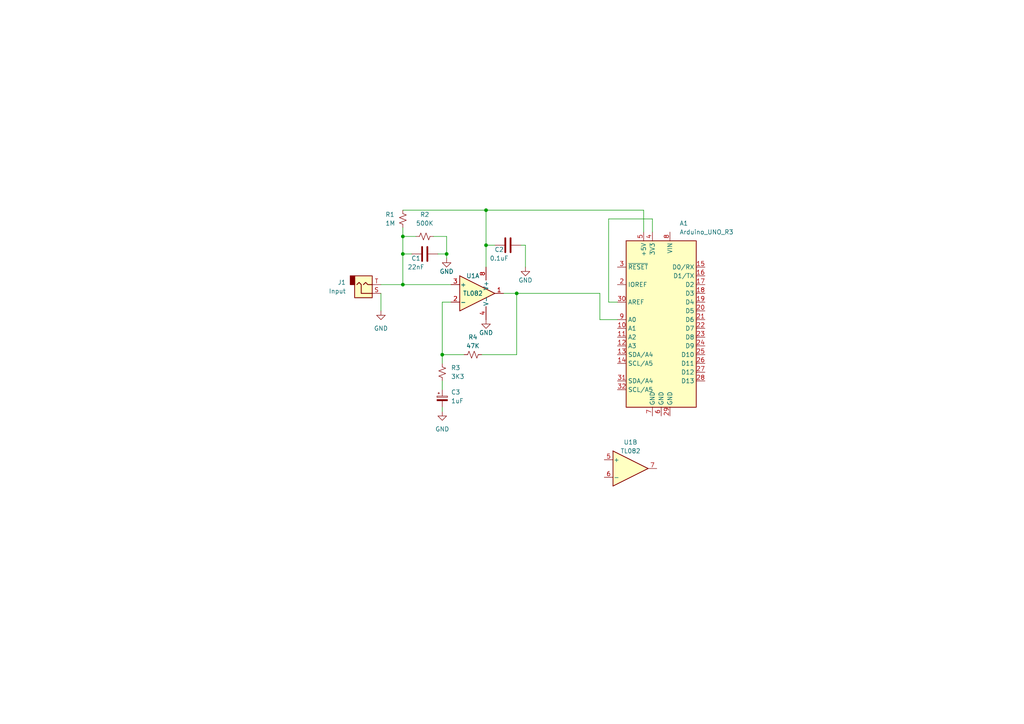
<source format=kicad_sch>
(kicad_sch (version 20211123) (generator eeschema)
  (paper "A4")
  (title_block (title "Finus - Digital Tuner") (date "2022-12-08") (rev "1") (company "Beseta"))
  (lib_symbols
    (symbol "Amplifier_Operational:TL082" (pin_names (offset 0.127))
      (property "Reference" "U" (at 0 5.08 0))
      (property "Value" "TL082" (at 0 -5.08 0))
      (property "Spice_Primitive" "X" (at 0 5.08 0))
      (property "Spice_Model" "TL082" (at 0 5.08 0))
      (property "Spice_Netlist_Enabled" "Y" (at 0 5.08 0))
      (property "Spice_Lib_File" "/Users/ebernal/Documents/KiCad Models/TL082.301" (at 0 5.08 0))
      (symbol "TL082_1_1"
        (polyline (pts (xy -5.08 5.08) (xy 5.08 0) (xy -5.08 -5.08) (xy -5.08 5.08)) (stroke (width 0.254)) (fill (type background)))
        (pin output line (at 7.62 0 180) (length 2.54) (name "~") (number "1"))
        (pin input line (at -7.62 -2.54 0) (length 2.54) (name "-") (number "2"))
        (pin input line (at -7.62 2.54 0) (length 2.54) (name "+") (number "3"))
      )
      (symbol "TL082_2_1"
        (polyline (pts (xy -5.08 5.08) (xy 5.08 0) (xy -5.08 -5.08) (xy -5.08 5.08)) (stroke (width 0.254)) (fill (type background)))
        (pin input line (at -7.62 2.54 0) (length 2.54) (name "+") (number "5"))
        (pin input line (at -7.62 -2.54 0) (length 2.54) (name "-") (number "6"))
        (pin output line (at 7.62 0 180) (length 2.54) (name "~") (number "7"))
      )
      (symbol "TL082_3_1"
        (pin power_in line (at -2.54 -7.62 90) (length 3.81) (name "V-") (number "4"))
        (pin power_in line (at -2.54 7.62 270) (length 3.81) (name "V+") (number "8"))
      )
    )
    (symbol "Connector:AudioJack2"
      (property "Reference" "J" (at 0 8.89 0))
      (property "Value" "AudioJack2" (at 0 6.35 0))
      (symbol "AudioJack2_0_1"
        (rectangle (start -3.81 0) (end -2.54 -2.54) (stroke (width 0.254)) (fill (type outline)))
        (rectangle (start -2.54 3.81) (end 2.54 -2.54) (stroke (width 0.254)) (fill (type background)))
        (polyline (pts (xy 0 0) (xy 0.635 -0.635) (xy 1.27 0) (xy 2.54 0)) (stroke (width 0.254)))
        (polyline (pts (xy 2.54 2.54) (xy -0.635 2.54) (xy -0.635 0) (xy -1.27 -0.635) (xy -1.905 0)) (stroke (width 0.254)))
      )
      (symbol "AudioJack2_1_1"
        (pin passive line (at 5.08 2.54 180) (length 2.54) (name "~") (number "S"))
        (pin passive line (at 5.08 0 180) (length 2.54) (name "~") (number "T"))
      )
    )
    (symbol "Device:C" (pin_numbers hide) (pin_names (offset 0.254))
      (property "Reference" "C" (at 0.635 2.54 0))
      (property "Value" "C" (at 0.635 -2.54 0))
      (symbol "C_0_1"
        (polyline (pts (xy -2.032 -0.762) (xy 2.032 -0.762)) (stroke (width 0.508)))
        (polyline (pts (xy -2.032 0.762) (xy 2.032 0.762)) (stroke (width 0.508)))
      )
      (symbol "C_1_1"
        (pin passive line (at 0 3.81 270) (length 2.794) (name "~") (number "1"))
        (pin passive line (at 0 -3.81 90) (length 2.794) (name "~") (number "2"))
      )
    )
    (symbol "Device:C_Polarized_Small" (pin_numbers hide) (pin_names (offset 0.254) hide)
      (property "Reference" "C" (at 0.254 1.778 0))
      (property "Value" "C_Polarized_Small" (at 0.254 -2.032 0))
      (symbol "C_Polarized_Small_0_1"
        (rectangle (start -1.524 -0.3048) (end 1.524 -0.6858) (fill (type outline)))
        (rectangle (start -1.524 0.6858) (end 1.524 0.3048))
        (polyline (pts (xy -1.27 1.524) (xy -0.762 1.524)))
        (polyline (pts (xy -1.016 1.27) (xy -1.016 1.778)))
      )
      (symbol "C_Polarized_Small_1_1"
        (pin passive line (at 0 2.54 270) (length 1.8542) (name "~") (number "1"))
        (pin passive line (at 0 -2.54 90) (length 1.8542) (name "~") (number "2"))
      )
    )
    (symbol "Device:R_Small_US" (pin_numbers hide) (pin_names (offset 0.254) hide)
      (property "Reference" "R" (at 0.762 0.508 0))
      (property "Value" "R_Small_US" (at 0.762 -1.016 0))
      (symbol "R_Small_US_1_1"
        (polyline (pts (xy 0 0) (xy 1.016 -0.381) (xy 0 -0.762) (xy -1.016 -1.143) (xy 0 -1.524)))
        (polyline (pts (xy 0 1.524) (xy 1.016 1.143) (xy 0 0.762) (xy -1.016 0.381) (xy 0 0)))
        (pin passive line (at 0 2.54 270) (length 1.016) (name "~") (number "1"))
        (pin passive line (at 0 -2.54 90) (length 1.016) (name "~") (number "2"))
      )
    )
    (symbol "MCU_Module:Arduino_UNO_R3"
      (property "Reference" "A" (at -10.16 23.495 0))
      (property "Value" "Arduino_UNO_R3" (at 5.08 -26.67 0))
      (symbol "Arduino_UNO_R3_0_1"
        (rectangle (start -10.16 22.86) (end 10.16 -25.4) (stroke (width 0.254)) (fill (type background)))
      )
      (symbol "Arduino_UNO_R3_1_1"
        (pin no_connect line (at -10.16 -20.32 0) (length 2.54) hide (name "NC") (number "1"))
        (pin bidirectional line (at 12.7 -2.54 180) (length 2.54) (name "A1") (number "10"))
        (pin bidirectional line (at 12.7 -5.08 180) (length 2.54) (name "A2") (number "11"))
        (pin bidirectional line (at 12.7 -7.62 180) (length 2.54) (name "A3") (number "12"))
        (pin bidirectional line (at 12.7 -10.16 180) (length 2.54) (name "SDA/A4") (number "13"))
        (pin bidirectional line (at 12.7 -12.7 180) (length 2.54) (name "SCL/A5") (number "14"))
        (pin bidirectional line (at -12.7 15.24 0) (length 2.54) (name "D0/RX") (number "15"))
        (pin bidirectional line (at -12.7 12.7 0) (length 2.54) (name "D1/TX") (number "16"))
        (pin bidirectional line (at -12.7 10.16 0) (length 2.54) (name "D2") (number "17"))
        (pin bidirectional line (at -12.7 7.62 0) (length 2.54) (name "D3") (number "18"))
        (pin bidirectional line (at -12.7 5.08 0) (length 2.54) (name "D4") (number "19"))
        (pin output line (at 12.7 10.16 180) (length 2.54) (name "IOREF") (number "2"))
        (pin bidirectional line (at -12.7 2.54 0) (length 2.54) (name "D5") (number "20"))
        (pin bidirectional line (at -12.7 0 0) (length 2.54) (name "D6") (number "21"))
        (pin bidirectional line (at -12.7 -2.54 0) (length 2.54) (name "D7") (number "22"))
        (pin bidirectional line (at -12.7 -5.08 0) (length 2.54) (name "D8") (number "23"))
        (pin bidirectional line (at -12.7 -7.62 0) (length 2.54) (name "D9") (number "24"))
        (pin bidirectional line (at -12.7 -10.16 0) (length 2.54) (name "D10") (number "25"))
        (pin bidirectional line (at -12.7 -12.7 0) (length 2.54) (name "D11") (number "26"))
        (pin bidirectional line (at -12.7 -15.24 0) (length 2.54) (name "D12") (number "27"))
        (pin bidirectional line (at -12.7 -17.78 0) (length 2.54) (name "D13") (number "28"))
        (pin power_in line (at -2.54 -27.94 90) (length 2.54) (name "GND") (number "29"))
        (pin input line (at 12.7 15.24 180) (length 2.54) (name "~{RESET}") (number "3"))
        (pin input line (at 12.7 5.08 180) (length 2.54) (name "AREF") (number "30"))
        (pin bidirectional line (at 12.7 -17.78 180) (length 2.54) (name "SDA/A4") (number "31"))
        (pin bidirectional line (at 12.7 -20.32 180) (length 2.54) (name "SCL/A5") (number "32"))
        (pin power_out line (at 2.54 25.4 270) (length 2.54) (name "3V3") (number "4"))
        (pin power_out line (at 5.08 25.4 270) (length 2.54) (name "+5V") (number "5"))
        (pin power_in line (at 0 -27.94 90) (length 2.54) (name "GND") (number "6"))
        (pin power_in line (at 2.54 -27.94 90) (length 2.54) (name "GND") (number "7"))
        (pin power_in line (at -2.54 25.4 270) (length 2.54) (name "VIN") (number "8"))
        (pin bidirectional line (at 12.7 0 180) (length 2.54) (name "A0") (number "9"))
      )
    )
    (symbol "power:GND" (power) (pin_names (offset 0))
      (property "Value" "GND" (at 0 -3.81 0))
      (symbol "GND_0_1"
        (polyline (pts (xy 0 0) (xy 0 -1.27) (xy 1.27 -1.27) (xy 0 -2.54) (xy -1.27 -1.27) (xy 0 -1.27)))
      )
      (symbol "GND_1_1"
        (pin power_in line (at 0 0 270) (length 0) hide (name "GND") (number "1"))
      )
    )
  )
  (junction (at 140.97 71.12))
  (junction (at 116.84 68.58))
  (junction (at 116.84 73.66))
  (junction (at 149.86 85.09))
  (junction (at 129.54 73.66))
  (junction (at 140.97 60.96))
  (junction (at 116.84 82.55))
  (junction (at 128.27 102.87))
  (wire (pts (xy 125.73 68.58) (xy 129.54 68.58)))
  (wire (pts (xy 152.4 71.12) (xy 152.4 77.47)))
  (wire (pts (xy 189.23 63.5) (xy 189.23 67.31)))
  (wire (pts (xy 116.84 82.55) (xy 130.81 82.55)))
  (wire (pts (xy 140.97 71.12) (xy 143.51 71.12)))
  (wire (pts (xy 173.99 92.71) (xy 179.07 92.71)))
  (wire (pts (xy 176.53 63.5) (xy 189.23 63.5)))
  (wire (pts (xy 140.97 60.96) (xy 116.84 60.96)))
  (wire (pts (xy 128.27 102.87) (xy 128.27 105.41)))
  (wire (pts (xy 146.05 85.09) (xy 149.86 85.09)))
  (wire (pts (xy 140.97 71.12) (xy 140.97 77.47)))
  (wire (pts (xy 152.4 71.12) (xy 151.13 71.12)))
  (wire (pts (xy 128.27 110.49) (xy 128.27 113.03)))
  (wire (pts (xy 116.84 68.58) (xy 120.65 68.58)))
  (wire (pts (xy 129.54 68.58) (xy 129.54 73.66)))
  (wire (pts (xy 139.7 102.87) (xy 149.86 102.87)))
  (wire (pts (xy 149.86 85.09) (xy 173.99 85.09)))
  (wire (pts (xy 176.53 87.63) (xy 176.53 63.5)))
  (wire (pts (xy 127 73.66) (xy 129.54 73.66)))
  (wire (pts (xy 173.99 85.09) (xy 173.99 92.71)))
  (wire (pts (xy 179.07 87.63) (xy 176.53 87.63)))
  (wire (pts (xy 128.27 102.87) (xy 134.62 102.87)))
  (wire (pts (xy 130.81 87.63) (xy 128.27 87.63)))
  (wire (pts (xy 129.54 73.66) (xy 129.54 74.93)))
  (wire (pts (xy 128.27 87.63) (xy 128.27 102.87)))
  (wire (pts (xy 186.69 67.31) (xy 186.69 60.96)))
  (wire (pts (xy 116.84 68.58) (xy 116.84 73.66)))
  (wire (pts (xy 110.49 82.55) (xy 116.84 82.55)))
  (wire (pts (xy 128.27 118.11) (xy 128.27 119.38)))
  (wire (pts (xy 149.86 102.87) (xy 149.86 85.09)))
  (wire (pts (xy 116.84 66.04) (xy 116.84 68.58)))
  (wire (pts (xy 186.69 60.96) (xy 140.97 60.96)))
  (wire (pts (xy 110.49 85.09) (xy 110.49 90.17)))
  (wire (pts (xy 116.84 73.66) (xy 116.84 82.55)))
  (wire (pts (xy 116.84 73.66) (xy 119.38 73.66)))
  (wire (pts (xy 140.97 60.96) (xy 140.97 71.12)))
  (symbol (lib_id "MCU_Module:Arduino_UNO_R3") (at 191.77 92.71 0) (mirror y) (unit 1)
    (property "Reference" "A1" (at 197.0787 64.77 0) (effects (justify right)))
    (property "Value" "Arduino_UNO_R3" (at 197.0787 67.31 0) (effects (justify right)))
    (property "Footprint" "Module:Arduino_UNO_R3" (effects hide))
    (property "Datasheet" "https://www.arduino.cc/en/Main/arduinoBoardUno" (effects hide))
  )
  (symbol (lib_id "Amplifier_Operational:TL082") (at 143.51 85.09 0) (unit 3)
    (property "Reference" "U1" (effects hide))
    (property "Value" "TL082" (effects hide))
    (property "Datasheet" "http://www.ti.com/lit/ds/symlink/tl081.pdf" (effects hide))
    (property "Spice_Primitive" "X" (effects hide))
    (property "Spice_Model" "TL082" (effects hide))
    (property "Spice_Netlist_Enabled" "Y" (effects hide))
    (property "Spice_Lib_File" "/Users/ebernal/Documents/KiCad Models/TL082.301" (effects hide))
  )
  (symbol (lib_id "Device:R_Small_US") (at 137.16 102.87 90) (unit 1)
    (property "Reference" "R4" (at 137.16 97.79 90))
    (property "Value" "47K" (at 137.16 100.33 90))
  )
  (symbol (lib_id "Amplifier_Operational:TL082") (at 138.43 85.09 0) (unit 1)
    (property "Reference" "U1" (at 137.16 80.01 0))
    (property "Value" "TL082" (at 137.16 85.09 0))
    (property "Datasheet" "http://www.ti.com/lit/ds/symlink/tl081.pdf" (effects hide))
    (property "Spice_Primitive" "X" (effects hide))
    (property "Spice_Model" "TL082" (effects hide))
    (property "Spice_Netlist_Enabled" "Y" (effects hide))
    (property "Spice_Lib_File" "/Users/ebernal/Documents/KiCad Models/TL082.301" (effects hide))
  )
  (symbol (lib_id "Amplifier_Operational:TL082") (at 182.88 135.89 0) (unit 2)
    (property "Reference" "U1" (at 182.88 128.27 0))
    (property "Value" "TL082" (at 182.88 130.81 0))
    (property "Datasheet" "http://www.ti.com/lit/ds/symlink/tl081.pdf" (effects hide))
    (property "Spice_Primitive" "X" (effects hide))
    (property "Spice_Model" "TL082" (effects hide))
    (property "Spice_Netlist_Enabled" "Y" (effects hide))
    (property "Spice_Lib_File" "/Users/ebernal/Documents/KiCad Models/TL082.301" (effects hide))
  )
  (symbol (lib_id "power:GND") (at 110.49 90.17 0) (unit 1)
    (property "Reference" "#PWR0101" (effects hide))
    (property "Value" "GND" (at 110.49 95.25 0))
  )
  (symbol (lib_id "Device:R_Small_US") (at 123.19 68.58 90) (unit 1)
    (property "Reference" "R2" (at 123.19 62.23 90))
    (property "Value" "500K" (at 123.19 64.77 90))
  )
  (symbol (lib_id "power:GND") (at 129.54 74.93 0) (unit 1)
    (property "Reference" "#PWR0102" (effects hide))
    (property "Value" "GND" (at 129.54 78.74 0))
  )
  (symbol (lib_id "Device:C_Polarized_Small") (at 128.27 115.57 0) (unit 1)
    (property "Reference" "C3" (at 130.81 113.7538 0) (effects (justify left)))
    (property "Value" "1uF" (at 130.81 116.2938 0) (effects (justify left)))
  )
  (symbol (lib_id "Device:R_Small_US") (at 116.84 63.5 0) (unit 1)
    (property "Reference" "R1" (at 111.76 62.23 0) (effects (justify left)))
    (property "Value" "1M" (at 111.76 64.77 0) (effects (justify left)))
  )
  (symbol (lib_id "Device:C") (at 147.32 71.12 270) (unit 1)
    (property "Reference" "C2" (at 144.78 72.39 90))
    (property "Value" "0.1uF" (at 144.78 74.93 90))
  )
  (symbol (lib_id "power:GND") (at 152.4 77.47 0) (unit 1)
    (property "Reference" "#PWR0105" (effects hide))
    (property "Value" "GND" (at 152.4 81.28 0))
  )
  (symbol (lib_id "power:GND") (at 128.27 119.38 0) (unit 1)
    (property "Reference" "#PWR0103" (effects hide))
    (property "Value" "GND" (at 128.27 124.46 0))
  )
  (symbol (lib_id "Connector:AudioJack2") (at 105.41 82.55 0) (mirror x) (unit 1)
    (property "Reference" "J1" (at 100.33 81.9149 0) (effects (justify right)))
    (property "Value" "Input" (at 100.33 84.4549 0) (effects (justify right)))
  )
  (symbol (lib_id "Device:R_Small_US") (at 128.27 107.95 0) (unit 1)
    (property "Reference" "R3" (at 130.81 106.6799 0) (effects (justify left)))
    (property "Value" "3K3" (at 130.81 109.2199 0) (effects (justify left)))
  )
  (symbol (lib_id "power:GND") (at 140.97 92.71 0) (unit 1)
    (property "Reference" "#PWR0104" (effects hide))
    (property "Value" "GND" (at 140.97 96.52 0))
  )
  (symbol (lib_id "Device:C") (at 123.19 73.66 270) (unit 1)
    (property "Reference" "C1" (at 120.65 74.93 90))
    (property "Value" "22nF" (at 120.65 77.47 90))
  )
)
</source>
